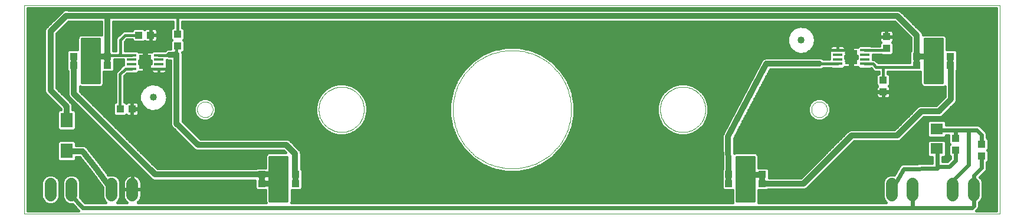
<source format=gtl>
G75*
G70*
%OFA0B0*%
%FSLAX24Y24*%
%IPPOS*%
%LPD*%
%AMOC8*
5,1,8,0,0,1.08239X$1,22.5*
%
%ADD10C,0.0000*%
%ADD11C,0.0660*%
%ADD12R,0.0709X0.0827*%
%ADD13R,0.0394X0.0433*%
%ADD14R,0.0433X0.0394*%
%ADD15R,0.0669X0.0787*%
%ADD16R,0.0531X0.0177*%
%ADD17R,0.0866X0.0709*%
%ADD18C,0.0120*%
%ADD19R,0.0710X0.0630*%
%ADD20C,0.0400*%
%ADD21C,0.0160*%
%ADD22C,0.0317*%
%ADD23C,0.0320*%
%ADD24C,0.0356*%
%ADD25C,0.0240*%
D10*
X000377Y000280D02*
X055495Y000280D01*
X055495Y012091D01*
X000377Y012091D01*
X000377Y000280D01*
X010135Y006186D02*
X010137Y006227D01*
X010143Y006269D01*
X010152Y006309D01*
X010166Y006348D01*
X010183Y006386D01*
X010203Y006422D01*
X010227Y006456D01*
X010254Y006488D01*
X010284Y006517D01*
X010316Y006543D01*
X010351Y006566D01*
X010387Y006586D01*
X010425Y006602D01*
X010465Y006614D01*
X010506Y006623D01*
X010547Y006628D01*
X010588Y006629D01*
X010630Y006626D01*
X010671Y006619D01*
X010711Y006609D01*
X010750Y006594D01*
X010787Y006576D01*
X010823Y006555D01*
X010857Y006530D01*
X010888Y006503D01*
X010916Y006473D01*
X010941Y006440D01*
X010963Y006404D01*
X010982Y006367D01*
X010997Y006329D01*
X011009Y006289D01*
X011017Y006248D01*
X011021Y006207D01*
X011021Y006165D01*
X011017Y006124D01*
X011009Y006083D01*
X010997Y006043D01*
X010982Y006005D01*
X010963Y005968D01*
X010941Y005932D01*
X010916Y005899D01*
X010888Y005869D01*
X010857Y005842D01*
X010823Y005817D01*
X010787Y005796D01*
X010750Y005778D01*
X010711Y005763D01*
X010671Y005753D01*
X010630Y005746D01*
X010588Y005743D01*
X010547Y005744D01*
X010506Y005749D01*
X010465Y005758D01*
X010425Y005770D01*
X010387Y005786D01*
X010351Y005806D01*
X010316Y005829D01*
X010284Y005855D01*
X010254Y005884D01*
X010227Y005916D01*
X010203Y005950D01*
X010183Y005986D01*
X010166Y006024D01*
X010152Y006063D01*
X010143Y006103D01*
X010137Y006145D01*
X010135Y006186D01*
X017010Y006186D02*
X017012Y006257D01*
X017018Y006328D01*
X017028Y006399D01*
X017042Y006468D01*
X017059Y006537D01*
X017081Y006605D01*
X017106Y006672D01*
X017135Y006737D01*
X017167Y006800D01*
X017203Y006862D01*
X017242Y006921D01*
X017285Y006978D01*
X017330Y007033D01*
X017379Y007085D01*
X017430Y007134D01*
X017484Y007180D01*
X017541Y007224D01*
X017599Y007264D01*
X017660Y007300D01*
X017723Y007334D01*
X017788Y007363D01*
X017854Y007389D01*
X017922Y007412D01*
X017990Y007430D01*
X018060Y007445D01*
X018130Y007456D01*
X018201Y007463D01*
X018272Y007466D01*
X018343Y007465D01*
X018414Y007460D01*
X018485Y007451D01*
X018555Y007438D01*
X018624Y007422D01*
X018692Y007401D01*
X018759Y007377D01*
X018825Y007349D01*
X018888Y007317D01*
X018950Y007282D01*
X019010Y007244D01*
X019068Y007202D01*
X019123Y007158D01*
X019176Y007110D01*
X019226Y007059D01*
X019273Y007006D01*
X019317Y006950D01*
X019358Y006892D01*
X019396Y006831D01*
X019430Y006769D01*
X019460Y006704D01*
X019487Y006639D01*
X019511Y006571D01*
X019530Y006503D01*
X019546Y006434D01*
X019558Y006363D01*
X019566Y006293D01*
X019570Y006222D01*
X019570Y006150D01*
X019566Y006079D01*
X019558Y006009D01*
X019546Y005938D01*
X019530Y005869D01*
X019511Y005801D01*
X019487Y005733D01*
X019460Y005668D01*
X019430Y005603D01*
X019396Y005541D01*
X019358Y005480D01*
X019317Y005422D01*
X019273Y005366D01*
X019226Y005313D01*
X019176Y005262D01*
X019123Y005214D01*
X019068Y005170D01*
X019010Y005128D01*
X018950Y005090D01*
X018888Y005055D01*
X018825Y005023D01*
X018759Y004995D01*
X018692Y004971D01*
X018624Y004950D01*
X018555Y004934D01*
X018485Y004921D01*
X018414Y004912D01*
X018343Y004907D01*
X018272Y004906D01*
X018201Y004909D01*
X018130Y004916D01*
X018060Y004927D01*
X017990Y004942D01*
X017922Y004960D01*
X017854Y004983D01*
X017788Y005009D01*
X017723Y005038D01*
X017660Y005072D01*
X017599Y005108D01*
X017541Y005148D01*
X017484Y005192D01*
X017430Y005238D01*
X017379Y005287D01*
X017330Y005339D01*
X017285Y005394D01*
X017242Y005451D01*
X017203Y005510D01*
X017167Y005572D01*
X017135Y005635D01*
X017106Y005700D01*
X017081Y005767D01*
X017059Y005835D01*
X017042Y005904D01*
X017028Y005973D01*
X017018Y006044D01*
X017012Y006115D01*
X017010Y006186D01*
X024590Y006186D02*
X024594Y006350D01*
X024606Y006514D01*
X024626Y006677D01*
X024654Y006839D01*
X024690Y006999D01*
X024734Y007157D01*
X024786Y007313D01*
X024845Y007466D01*
X024911Y007617D01*
X024985Y007763D01*
X025066Y007906D01*
X025154Y008045D01*
X025248Y008179D01*
X025350Y008309D01*
X025457Y008433D01*
X025570Y008552D01*
X025689Y008665D01*
X025813Y008772D01*
X025943Y008874D01*
X026077Y008968D01*
X026216Y009056D01*
X026359Y009137D01*
X026505Y009211D01*
X026656Y009277D01*
X026809Y009336D01*
X026965Y009388D01*
X027123Y009432D01*
X027283Y009468D01*
X027445Y009496D01*
X027608Y009516D01*
X027772Y009528D01*
X027936Y009532D01*
X028100Y009528D01*
X028264Y009516D01*
X028427Y009496D01*
X028589Y009468D01*
X028749Y009432D01*
X028907Y009388D01*
X029063Y009336D01*
X029216Y009277D01*
X029367Y009211D01*
X029513Y009137D01*
X029656Y009056D01*
X029795Y008968D01*
X029929Y008874D01*
X030059Y008772D01*
X030183Y008665D01*
X030302Y008552D01*
X030415Y008433D01*
X030522Y008309D01*
X030624Y008179D01*
X030718Y008045D01*
X030806Y007906D01*
X030887Y007763D01*
X030961Y007617D01*
X031027Y007466D01*
X031086Y007313D01*
X031138Y007157D01*
X031182Y006999D01*
X031218Y006839D01*
X031246Y006677D01*
X031266Y006514D01*
X031278Y006350D01*
X031282Y006186D01*
X031278Y006022D01*
X031266Y005858D01*
X031246Y005695D01*
X031218Y005533D01*
X031182Y005373D01*
X031138Y005215D01*
X031086Y005059D01*
X031027Y004906D01*
X030961Y004755D01*
X030887Y004609D01*
X030806Y004466D01*
X030718Y004327D01*
X030624Y004193D01*
X030522Y004063D01*
X030415Y003939D01*
X030302Y003820D01*
X030183Y003707D01*
X030059Y003600D01*
X029929Y003498D01*
X029795Y003404D01*
X029656Y003316D01*
X029513Y003235D01*
X029367Y003161D01*
X029216Y003095D01*
X029063Y003036D01*
X028907Y002984D01*
X028749Y002940D01*
X028589Y002904D01*
X028427Y002876D01*
X028264Y002856D01*
X028100Y002844D01*
X027936Y002840D01*
X027772Y002844D01*
X027608Y002856D01*
X027445Y002876D01*
X027283Y002904D01*
X027123Y002940D01*
X026965Y002984D01*
X026809Y003036D01*
X026656Y003095D01*
X026505Y003161D01*
X026359Y003235D01*
X026216Y003316D01*
X026077Y003404D01*
X025943Y003498D01*
X025813Y003600D01*
X025689Y003707D01*
X025570Y003820D01*
X025457Y003939D01*
X025350Y004063D01*
X025248Y004193D01*
X025154Y004327D01*
X025066Y004466D01*
X024985Y004609D01*
X024911Y004755D01*
X024845Y004906D01*
X024786Y005059D01*
X024734Y005215D01*
X024690Y005373D01*
X024654Y005533D01*
X024626Y005695D01*
X024606Y005858D01*
X024594Y006022D01*
X024590Y006186D01*
X036302Y006186D02*
X036304Y006257D01*
X036310Y006328D01*
X036320Y006399D01*
X036334Y006468D01*
X036351Y006537D01*
X036373Y006605D01*
X036398Y006672D01*
X036427Y006737D01*
X036459Y006800D01*
X036495Y006862D01*
X036534Y006921D01*
X036577Y006978D01*
X036622Y007033D01*
X036671Y007085D01*
X036722Y007134D01*
X036776Y007180D01*
X036833Y007224D01*
X036891Y007264D01*
X036952Y007300D01*
X037015Y007334D01*
X037080Y007363D01*
X037146Y007389D01*
X037214Y007412D01*
X037282Y007430D01*
X037352Y007445D01*
X037422Y007456D01*
X037493Y007463D01*
X037564Y007466D01*
X037635Y007465D01*
X037706Y007460D01*
X037777Y007451D01*
X037847Y007438D01*
X037916Y007422D01*
X037984Y007401D01*
X038051Y007377D01*
X038117Y007349D01*
X038180Y007317D01*
X038242Y007282D01*
X038302Y007244D01*
X038360Y007202D01*
X038415Y007158D01*
X038468Y007110D01*
X038518Y007059D01*
X038565Y007006D01*
X038609Y006950D01*
X038650Y006892D01*
X038688Y006831D01*
X038722Y006769D01*
X038752Y006704D01*
X038779Y006639D01*
X038803Y006571D01*
X038822Y006503D01*
X038838Y006434D01*
X038850Y006363D01*
X038858Y006293D01*
X038862Y006222D01*
X038862Y006150D01*
X038858Y006079D01*
X038850Y006009D01*
X038838Y005938D01*
X038822Y005869D01*
X038803Y005801D01*
X038779Y005733D01*
X038752Y005668D01*
X038722Y005603D01*
X038688Y005541D01*
X038650Y005480D01*
X038609Y005422D01*
X038565Y005366D01*
X038518Y005313D01*
X038468Y005262D01*
X038415Y005214D01*
X038360Y005170D01*
X038302Y005128D01*
X038242Y005090D01*
X038180Y005055D01*
X038117Y005023D01*
X038051Y004995D01*
X037984Y004971D01*
X037916Y004950D01*
X037847Y004934D01*
X037777Y004921D01*
X037706Y004912D01*
X037635Y004907D01*
X037564Y004906D01*
X037493Y004909D01*
X037422Y004916D01*
X037352Y004927D01*
X037282Y004942D01*
X037214Y004960D01*
X037146Y004983D01*
X037080Y005009D01*
X037015Y005038D01*
X036952Y005072D01*
X036891Y005108D01*
X036833Y005148D01*
X036776Y005192D01*
X036722Y005238D01*
X036671Y005287D01*
X036622Y005339D01*
X036577Y005394D01*
X036534Y005451D01*
X036495Y005510D01*
X036459Y005572D01*
X036427Y005635D01*
X036398Y005700D01*
X036373Y005767D01*
X036351Y005835D01*
X036334Y005904D01*
X036320Y005973D01*
X036310Y006044D01*
X036304Y006115D01*
X036302Y006186D01*
X044851Y006186D02*
X044853Y006227D01*
X044859Y006269D01*
X044868Y006309D01*
X044882Y006348D01*
X044899Y006386D01*
X044919Y006422D01*
X044943Y006456D01*
X044970Y006488D01*
X045000Y006517D01*
X045032Y006543D01*
X045067Y006566D01*
X045103Y006586D01*
X045141Y006602D01*
X045181Y006614D01*
X045222Y006623D01*
X045263Y006628D01*
X045304Y006629D01*
X045346Y006626D01*
X045387Y006619D01*
X045427Y006609D01*
X045466Y006594D01*
X045503Y006576D01*
X045539Y006555D01*
X045573Y006530D01*
X045604Y006503D01*
X045632Y006473D01*
X045657Y006440D01*
X045679Y006404D01*
X045698Y006367D01*
X045713Y006329D01*
X045725Y006289D01*
X045733Y006248D01*
X045737Y006207D01*
X045737Y006165D01*
X045733Y006124D01*
X045725Y006083D01*
X045713Y006043D01*
X045698Y006005D01*
X045679Y005968D01*
X045657Y005932D01*
X045632Y005899D01*
X045604Y005869D01*
X045573Y005842D01*
X045539Y005817D01*
X045503Y005796D01*
X045466Y005778D01*
X045427Y005763D01*
X045387Y005753D01*
X045346Y005746D01*
X045304Y005743D01*
X045263Y005744D01*
X045222Y005749D01*
X045181Y005758D01*
X045141Y005770D01*
X045103Y005786D01*
X045067Y005806D01*
X045032Y005829D01*
X045000Y005855D01*
X044970Y005884D01*
X044943Y005916D01*
X044919Y005950D01*
X044899Y005986D01*
X044882Y006024D01*
X044868Y006063D01*
X044859Y006103D01*
X044853Y006145D01*
X044851Y006186D01*
D11*
X049393Y001988D02*
X049393Y001328D01*
X050574Y001328D02*
X050574Y001988D01*
X052837Y001988D02*
X052837Y001328D01*
X054019Y001328D02*
X054019Y001988D01*
X006479Y001988D02*
X006479Y001328D01*
X005298Y001328D02*
X005298Y001988D01*
X003034Y001988D02*
X003034Y001328D01*
X001853Y001328D02*
X001853Y001988D01*
D12*
X002763Y003845D03*
X002763Y005577D03*
D13*
X005786Y006218D03*
X006456Y006218D03*
X006843Y010400D03*
X007512Y010400D03*
D14*
X009038Y010457D03*
X009038Y009788D03*
X005062Y009197D03*
X005062Y008686D03*
X003172Y008686D03*
X003172Y009197D03*
X013802Y002504D03*
X013802Y001993D03*
X015692Y001993D03*
X015692Y002504D03*
X040180Y002504D03*
X040180Y001993D03*
X042070Y001993D03*
X042070Y002504D03*
X052997Y003892D03*
X054476Y003560D03*
X054476Y004229D03*
X052997Y004561D03*
X048909Y007184D03*
X048909Y007853D03*
X050810Y008686D03*
X050810Y009197D03*
X049090Y009639D03*
X049090Y010308D03*
X052700Y009197D03*
X052700Y008686D03*
D15*
X047100Y009153D03*
X007200Y008878D03*
D16*
X006422Y008750D03*
X006422Y008495D03*
X007977Y008495D03*
X007977Y008750D03*
X007977Y009006D03*
X007977Y009262D03*
X006422Y009262D03*
X006422Y009006D03*
X046323Y009025D03*
X046323Y008769D03*
X047878Y008769D03*
X047878Y009025D03*
X047878Y009281D03*
X047878Y009537D03*
X046323Y009537D03*
X046323Y009281D03*
D17*
X051755Y008941D03*
X041125Y002249D03*
X014747Y002249D03*
X004117Y008941D03*
D18*
X003617Y008931D02*
X004617Y008931D01*
X004617Y009049D02*
X003617Y009049D01*
X003617Y009168D02*
X004617Y009168D01*
X004617Y009286D02*
X003617Y009286D01*
X003617Y009405D02*
X004617Y009405D01*
X004617Y009523D02*
X003617Y009523D01*
X003617Y009642D02*
X004617Y009642D01*
X004617Y009760D02*
X003617Y009760D01*
X003617Y009879D02*
X004617Y009879D01*
X004617Y009997D02*
X003617Y009997D01*
X003617Y010116D02*
X004617Y010116D01*
X004617Y010191D02*
X004617Y007691D01*
X003617Y007691D01*
X003617Y010191D01*
X004617Y010191D01*
X004617Y008812D02*
X003617Y008812D01*
X003617Y008694D02*
X004617Y008694D01*
X004617Y008575D02*
X003617Y008575D01*
X003617Y008457D02*
X004617Y008457D01*
X004617Y008338D02*
X003617Y008338D01*
X003617Y008220D02*
X004617Y008220D01*
X004617Y008101D02*
X003617Y008101D01*
X003617Y007983D02*
X004617Y007983D01*
X004617Y007864D02*
X003617Y007864D01*
X003617Y007746D02*
X004617Y007746D01*
X014247Y003499D02*
X015247Y003499D01*
X015247Y000999D01*
X014247Y000999D01*
X014247Y003499D01*
X014247Y003480D02*
X015247Y003480D01*
X015247Y003361D02*
X014247Y003361D01*
X014247Y003243D02*
X015247Y003243D01*
X015247Y003124D02*
X014247Y003124D01*
X014247Y003006D02*
X015247Y003006D01*
X015247Y002887D02*
X014247Y002887D01*
X014247Y002769D02*
X015247Y002769D01*
X015247Y002650D02*
X014247Y002650D01*
X014247Y002532D02*
X015247Y002532D01*
X015247Y002413D02*
X014247Y002413D01*
X014247Y002295D02*
X015247Y002295D01*
X015247Y002176D02*
X014247Y002176D01*
X014247Y002058D02*
X015247Y002058D01*
X015247Y001939D02*
X014247Y001939D01*
X014247Y001821D02*
X015247Y001821D01*
X015247Y001702D02*
X014247Y001702D01*
X014247Y001584D02*
X015247Y001584D01*
X015247Y001465D02*
X014247Y001465D01*
X014247Y001347D02*
X015247Y001347D01*
X015247Y001228D02*
X014247Y001228D01*
X014247Y001110D02*
X015247Y001110D01*
X040625Y001110D02*
X041625Y001110D01*
X041625Y000999D02*
X040625Y000999D01*
X040625Y003499D01*
X041625Y003499D01*
X041625Y000999D01*
X041625Y001228D02*
X040625Y001228D01*
X040625Y001347D02*
X041625Y001347D01*
X041625Y001465D02*
X040625Y001465D01*
X040625Y001584D02*
X041625Y001584D01*
X041625Y001702D02*
X040625Y001702D01*
X040625Y001821D02*
X041625Y001821D01*
X041625Y001939D02*
X040625Y001939D01*
X040625Y002058D02*
X041625Y002058D01*
X041625Y002176D02*
X040625Y002176D01*
X040625Y002295D02*
X041625Y002295D01*
X041625Y002413D02*
X040625Y002413D01*
X040625Y002532D02*
X041625Y002532D01*
X041625Y002650D02*
X040625Y002650D01*
X040625Y002769D02*
X041625Y002769D01*
X041625Y002887D02*
X040625Y002887D01*
X040625Y003006D02*
X041625Y003006D01*
X041625Y003124D02*
X040625Y003124D01*
X040625Y003243D02*
X041625Y003243D01*
X041625Y003361D02*
X040625Y003361D01*
X040625Y003480D02*
X041625Y003480D01*
X051255Y007691D02*
X051255Y010191D01*
X052255Y010191D01*
X052255Y007691D01*
X051255Y007691D01*
X051255Y007746D02*
X052255Y007746D01*
X052255Y007864D02*
X051255Y007864D01*
X051255Y007983D02*
X052255Y007983D01*
X052255Y008101D02*
X051255Y008101D01*
X051255Y008220D02*
X052255Y008220D01*
X052255Y008338D02*
X051255Y008338D01*
X051255Y008457D02*
X052255Y008457D01*
X052255Y008575D02*
X051255Y008575D01*
X051255Y008694D02*
X052255Y008694D01*
X052255Y008812D02*
X051255Y008812D01*
X051255Y008931D02*
X052255Y008931D01*
X052255Y009049D02*
X051255Y009049D01*
X051255Y009168D02*
X052255Y009168D01*
X052255Y009286D02*
X051255Y009286D01*
X051255Y009405D02*
X052255Y009405D01*
X052255Y009523D02*
X051255Y009523D01*
X051255Y009642D02*
X052255Y009642D01*
X052255Y009760D02*
X051255Y009760D01*
X051255Y009879D02*
X052255Y009879D01*
X052255Y009997D02*
X051255Y009997D01*
X051255Y010116D02*
X052255Y010116D01*
D19*
X051938Y005088D03*
X051938Y003968D03*
D20*
X044274Y010123D03*
X007660Y006874D03*
D21*
X006882Y006937D02*
X006040Y006937D01*
X006040Y006779D02*
X006882Y006779D01*
X006882Y006709D02*
X007017Y006407D01*
X007263Y006186D01*
X007577Y006083D01*
X007906Y006118D01*
X007906Y006118D01*
X008193Y006283D01*
X008193Y006283D01*
X008193Y006283D01*
X008387Y006551D01*
X008456Y006874D01*
X008387Y007198D01*
X008387Y007198D01*
X008193Y007466D01*
X007906Y007631D01*
X007577Y007666D01*
X007263Y007563D01*
X007263Y007563D01*
X007017Y007342D01*
X006882Y007040D01*
X006882Y006709D01*
X006922Y006620D02*
X006040Y006620D01*
X006040Y006614D02*
X006040Y008072D01*
X006194Y008226D01*
X006762Y008226D01*
X006841Y008305D01*
X006841Y008305D01*
X007120Y008305D01*
X007120Y008798D01*
X007280Y008798D01*
X007280Y008305D01*
X007558Y008305D01*
X007562Y008306D01*
X007567Y008295D01*
X007601Y008262D01*
X007642Y008238D01*
X007688Y008226D01*
X007977Y008226D01*
X007977Y008482D01*
X007977Y008482D01*
X007977Y008226D01*
X008267Y008226D01*
X008312Y008238D01*
X008354Y008262D01*
X008387Y008295D01*
X008411Y008337D01*
X008423Y008382D01*
X008423Y008495D01*
X008423Y008977D01*
X008512Y008940D01*
X008640Y008940D01*
X008640Y005319D01*
X008692Y005194D01*
X009898Y003987D01*
X009994Y003892D01*
X010119Y003840D01*
X015037Y003840D01*
X015138Y003739D01*
X014199Y003739D01*
X014111Y003702D01*
X014043Y003634D01*
X014007Y003546D01*
X014007Y002881D01*
X013511Y002881D01*
X013474Y002844D01*
X007896Y002844D01*
X003520Y007221D01*
X003520Y007472D01*
X003569Y007451D01*
X004665Y007451D01*
X004753Y007488D01*
X004820Y007555D01*
X004857Y007644D01*
X004857Y008309D01*
X005353Y008309D01*
X005458Y008414D01*
X005458Y009002D01*
X005976Y009002D01*
X005976Y008727D01*
X005947Y008715D01*
X005633Y008400D01*
X005560Y008327D01*
X005520Y008232D01*
X005520Y006614D01*
X005515Y006614D01*
X005409Y006509D01*
X005409Y005927D01*
X005515Y005821D01*
X006058Y005821D01*
X006121Y005884D01*
X006148Y005857D01*
X006189Y005834D01*
X006235Y005821D01*
X006437Y005821D01*
X006437Y006199D01*
X006474Y006199D01*
X006474Y005821D01*
X006676Y005821D01*
X006722Y005834D01*
X006763Y005857D01*
X006796Y005891D01*
X006820Y005932D01*
X006832Y005978D01*
X006832Y006199D01*
X006474Y006199D01*
X006474Y006236D01*
X006832Y006236D01*
X006832Y006458D01*
X006820Y006504D01*
X006796Y006545D01*
X006763Y006578D01*
X006722Y006602D01*
X006676Y006614D01*
X006474Y006614D01*
X006474Y006236D01*
X006437Y006236D01*
X006437Y006614D01*
X006235Y006614D01*
X006189Y006602D01*
X006148Y006578D01*
X006121Y006551D01*
X006058Y006614D01*
X006040Y006614D01*
X006437Y006462D02*
X006474Y006462D01*
X006474Y006303D02*
X006437Y006303D01*
X006437Y006145D02*
X006474Y006145D01*
X006832Y006145D02*
X007389Y006145D01*
X007263Y006186D02*
X007263Y006186D01*
X007132Y006303D02*
X006832Y006303D01*
X006832Y006462D02*
X006992Y006462D01*
X007017Y006407D02*
X007017Y006407D01*
X007952Y006145D02*
X008640Y006145D01*
X008640Y006303D02*
X008207Y006303D01*
X008322Y006462D02*
X008640Y006462D01*
X008640Y006620D02*
X008402Y006620D01*
X008387Y006551D02*
X008387Y006551D01*
X009320Y006620D02*
X010131Y006620D01*
X010050Y006538D02*
X010225Y006714D01*
X010454Y006808D01*
X010702Y006808D01*
X010930Y006714D01*
X011106Y006538D01*
X011201Y006309D01*
X011201Y006062D01*
X011106Y005833D01*
X010930Y005657D01*
X010702Y005563D01*
X010454Y005563D01*
X010225Y005657D01*
X010050Y005833D01*
X009955Y006062D01*
X009955Y006309D01*
X010050Y006538D01*
X010018Y006462D02*
X009320Y006462D01*
X009320Y006303D02*
X009955Y006303D01*
X009955Y006145D02*
X009320Y006145D01*
X009320Y005986D02*
X009986Y005986D01*
X010055Y005828D02*
X009320Y005828D01*
X009320Y005669D02*
X010213Y005669D01*
X010942Y005669D02*
X016918Y005669D01*
X016930Y005622D02*
X017122Y005289D01*
X017394Y005018D01*
X017727Y004825D01*
X018098Y004726D01*
X018482Y004726D01*
X018854Y004825D01*
X019186Y005018D01*
X019458Y005289D01*
X019650Y005622D01*
X019750Y005993D01*
X019750Y006378D01*
X019650Y006749D01*
X019458Y007082D01*
X019186Y007353D01*
X018854Y007546D01*
X018482Y007645D01*
X018098Y007645D01*
X017727Y007546D01*
X017394Y007353D01*
X017122Y007082D01*
X016930Y006749D01*
X016831Y006378D01*
X016831Y005993D01*
X016930Y005622D01*
X016995Y005511D02*
X009337Y005511D01*
X009320Y005527D02*
X009320Y009298D01*
X009327Y009336D01*
X009320Y009365D01*
X009320Y009394D01*
X009313Y009411D01*
X009329Y009411D01*
X009435Y009516D01*
X009435Y010059D01*
X009372Y010123D01*
X009435Y010186D01*
X009435Y010729D01*
X009329Y010834D01*
X009299Y010834D01*
X009299Y011136D01*
X009463Y011135D01*
X009531Y011135D01*
X009598Y011135D01*
X049571Y011140D01*
X050470Y010241D01*
X050470Y009525D01*
X050413Y009469D01*
X050413Y008840D01*
X048619Y008840D01*
X048469Y008990D01*
X048374Y009029D01*
X048324Y009029D01*
X048324Y009277D01*
X048784Y009277D01*
X048799Y009262D01*
X049381Y009262D01*
X049487Y009368D01*
X049487Y009910D01*
X049424Y009974D01*
X049451Y010001D01*
X049475Y010042D01*
X049487Y010088D01*
X049487Y010290D01*
X049109Y010290D01*
X049109Y010327D01*
X049487Y010327D01*
X049487Y010529D01*
X049475Y010575D01*
X049451Y010616D01*
X049417Y010649D01*
X049376Y010673D01*
X049330Y010685D01*
X049109Y010685D01*
X049109Y010327D01*
X049072Y010327D01*
X049072Y010685D01*
X048850Y010685D01*
X048804Y010673D01*
X048763Y010649D01*
X048730Y010616D01*
X048706Y010575D01*
X048694Y010529D01*
X048694Y010327D01*
X049072Y010327D01*
X049072Y010290D01*
X048694Y010290D01*
X048694Y010088D01*
X048706Y010042D01*
X048730Y010001D01*
X048757Y009974D01*
X048694Y009910D01*
X048694Y009797D01*
X048227Y009797D01*
X048218Y009806D01*
X047538Y009806D01*
X047459Y009727D01*
X047459Y009727D01*
X047180Y009727D01*
X047180Y009233D01*
X047020Y009233D01*
X046769Y009233D01*
X046769Y009073D01*
X047020Y009073D01*
X047020Y009233D01*
X047020Y009727D01*
X046742Y009727D01*
X046739Y009726D01*
X046733Y009736D01*
X046699Y009770D01*
X046658Y009793D01*
X046612Y009806D01*
X046323Y009806D01*
X046323Y009550D01*
X046323Y009550D01*
X046323Y009806D01*
X046033Y009806D01*
X045988Y009793D01*
X045947Y009770D01*
X045913Y009736D01*
X045889Y009695D01*
X045877Y009649D01*
X045877Y009537D01*
X045877Y009040D01*
X045532Y009040D01*
X045504Y009068D01*
X045379Y009120D01*
X042327Y009120D01*
X042275Y009125D01*
X042260Y009120D01*
X042244Y009120D01*
X042196Y009100D01*
X042146Y009084D01*
X042134Y009074D01*
X042119Y009068D01*
X042082Y009031D01*
X042042Y008998D01*
X042034Y008984D01*
X042023Y008973D01*
X042003Y008924D01*
X039864Y004843D01*
X039851Y004830D01*
X039833Y004784D01*
X039810Y004740D01*
X039808Y004721D01*
X039801Y004704D01*
X039802Y004655D01*
X039797Y004605D01*
X039803Y004587D01*
X039834Y002827D01*
X039783Y002776D01*
X039783Y001721D01*
X039889Y001616D01*
X040385Y001616D01*
X040385Y000951D01*
X040396Y000924D01*
X015476Y000924D01*
X015487Y000951D01*
X015487Y001616D01*
X015983Y001616D01*
X016088Y001721D01*
X016088Y002776D01*
X016022Y002842D01*
X016022Y003743D01*
X015970Y003868D01*
X015875Y003964D01*
X015370Y004468D01*
X015245Y004520D01*
X010327Y004520D01*
X009320Y005527D01*
X008640Y005511D02*
X005230Y005511D01*
X005389Y005352D02*
X008640Y005352D01*
X008692Y005194D02*
X005547Y005194D01*
X005706Y005035D02*
X008850Y005035D01*
X009009Y004877D02*
X005864Y004877D01*
X006023Y004718D02*
X009167Y004718D01*
X009326Y004560D02*
X006181Y004560D01*
X006340Y004401D02*
X009484Y004401D01*
X009643Y004243D02*
X006498Y004243D01*
X006657Y004084D02*
X009801Y004084D01*
X009960Y003926D02*
X006815Y003926D01*
X006974Y003767D02*
X015110Y003767D01*
X015913Y003926D02*
X025209Y003926D01*
X025197Y003938D02*
X025688Y003446D01*
X026266Y003060D01*
X026907Y002795D01*
X027589Y002659D01*
X028283Y002659D01*
X028965Y002795D01*
X029606Y003060D01*
X030184Y003446D01*
X030675Y003938D01*
X031061Y004515D01*
X031327Y005157D01*
X031462Y005838D01*
X031462Y006533D01*
X031327Y007214D01*
X031061Y007856D01*
X030675Y008433D01*
X030184Y008925D01*
X029606Y009311D01*
X028965Y009576D01*
X028283Y009712D01*
X027589Y009712D01*
X026907Y009576D01*
X026266Y009311D01*
X025688Y008925D01*
X025197Y008433D01*
X024811Y007856D01*
X024545Y007214D01*
X024409Y006533D01*
X024409Y005838D01*
X024545Y005157D01*
X024811Y004515D01*
X025197Y003938D01*
X025099Y004084D02*
X015754Y004084D01*
X015596Y004243D02*
X024993Y004243D01*
X024887Y004401D02*
X015437Y004401D01*
X017638Y004877D02*
X009971Y004877D01*
X010129Y004718D02*
X024727Y004718D01*
X024792Y004560D02*
X010288Y004560D01*
X009812Y005035D02*
X017377Y005035D01*
X017218Y005194D02*
X009654Y005194D01*
X009495Y005352D02*
X017086Y005352D01*
X016875Y005828D02*
X011101Y005828D01*
X011169Y005986D02*
X016833Y005986D01*
X016831Y006145D02*
X011201Y006145D01*
X011201Y006303D02*
X016831Y006303D01*
X016853Y006462D02*
X011138Y006462D01*
X011024Y006620D02*
X016896Y006620D01*
X016947Y006779D02*
X010774Y006779D01*
X010382Y006779D02*
X009320Y006779D01*
X009320Y006937D02*
X017039Y006937D01*
X017136Y007096D02*
X009320Y007096D01*
X008640Y007096D02*
X008409Y007096D01*
X008443Y006937D02*
X008640Y006937D01*
X008640Y006779D02*
X008435Y006779D01*
X006907Y007096D02*
X006040Y007096D01*
X005520Y007096D02*
X003645Y007096D01*
X003804Y006937D02*
X005520Y006937D01*
X005520Y006779D02*
X003962Y006779D01*
X004121Y006620D02*
X005520Y006620D01*
X005409Y006462D02*
X004279Y006462D01*
X004438Y006303D02*
X005409Y006303D01*
X005409Y006145D02*
X004596Y006145D01*
X004755Y005986D02*
X005409Y005986D01*
X005509Y005828D02*
X004913Y005828D01*
X005072Y005669D02*
X008640Y005669D01*
X008640Y005828D02*
X006699Y005828D01*
X006832Y005986D02*
X008640Y005986D01*
X007577Y006083D02*
X007577Y006083D01*
X006474Y005986D02*
X006437Y005986D01*
X006437Y005828D02*
X006474Y005828D01*
X006212Y005828D02*
X006064Y005828D01*
X005786Y006218D02*
X005780Y006251D01*
X005780Y008180D01*
X006095Y008495D01*
X006422Y008495D01*
X005913Y008681D02*
X005458Y008681D01*
X005458Y008522D02*
X005754Y008522D01*
X005596Y008364D02*
X005408Y008364D01*
X005520Y008205D02*
X004857Y008205D01*
X004857Y008047D02*
X005520Y008047D01*
X005520Y007888D02*
X004857Y007888D01*
X004857Y007730D02*
X005520Y007730D01*
X005520Y007571D02*
X004827Y007571D01*
X005520Y007413D02*
X003520Y007413D01*
X003520Y007254D02*
X005520Y007254D01*
X006040Y007254D02*
X006977Y007254D01*
X007017Y007342D02*
X007017Y007342D01*
X007095Y007413D02*
X006040Y007413D01*
X006040Y007571D02*
X007286Y007571D01*
X007577Y007666D02*
X007577Y007666D01*
X007906Y007631D02*
X007906Y007631D01*
X008010Y007571D02*
X008640Y007571D01*
X008640Y007413D02*
X008231Y007413D01*
X008193Y007466D02*
X008193Y007466D01*
X008193Y007466D01*
X008346Y007254D02*
X008640Y007254D01*
X009320Y007254D02*
X017295Y007254D01*
X017496Y007413D02*
X009320Y007413D01*
X009320Y007571D02*
X017822Y007571D01*
X018759Y007571D02*
X024693Y007571D01*
X024758Y007730D02*
X009320Y007730D01*
X008640Y007730D02*
X006040Y007730D01*
X006040Y007888D02*
X008640Y007888D01*
X008640Y008047D02*
X006040Y008047D01*
X006173Y008205D02*
X008640Y008205D01*
X009320Y008205D02*
X025044Y008205D01*
X024938Y008047D02*
X009320Y008047D01*
X009320Y007888D02*
X024832Y007888D01*
X024627Y007413D02*
X019084Y007413D01*
X019286Y007254D02*
X024561Y007254D01*
X024521Y007096D02*
X019444Y007096D01*
X019542Y006937D02*
X024490Y006937D01*
X024458Y006779D02*
X019633Y006779D01*
X019685Y006620D02*
X024427Y006620D01*
X024409Y006462D02*
X019727Y006462D01*
X019750Y006303D02*
X024409Y006303D01*
X024409Y006145D02*
X019750Y006145D01*
X019748Y005986D02*
X024409Y005986D01*
X024412Y005828D02*
X019705Y005828D01*
X019663Y005669D02*
X024443Y005669D01*
X024475Y005511D02*
X019586Y005511D01*
X019494Y005352D02*
X024506Y005352D01*
X024538Y005194D02*
X019362Y005194D01*
X019204Y005035D02*
X024595Y005035D01*
X024661Y004877D02*
X018942Y004877D01*
X016012Y003767D02*
X025367Y003767D01*
X025526Y003609D02*
X016022Y003609D01*
X016022Y003450D02*
X025684Y003450D01*
X025920Y003292D02*
X016022Y003292D01*
X016022Y003133D02*
X026157Y003133D01*
X026473Y002975D02*
X016022Y002975D01*
X016048Y002816D02*
X026856Y002816D01*
X029016Y002816D02*
X039824Y002816D01*
X039783Y002658D02*
X016088Y002658D01*
X016088Y002499D02*
X039783Y002499D01*
X039783Y002341D02*
X016088Y002341D01*
X016088Y002182D02*
X039783Y002182D01*
X039783Y002024D02*
X016088Y002024D01*
X016088Y001865D02*
X039783Y001865D01*
X039798Y001707D02*
X016074Y001707D01*
X015487Y001548D02*
X040385Y001548D01*
X040385Y001390D02*
X015487Y001390D01*
X015487Y001231D02*
X040385Y001231D01*
X040385Y001073D02*
X015487Y001073D01*
X014018Y000924D02*
X006792Y000924D01*
X006811Y000939D01*
X006868Y000996D01*
X006915Y001061D01*
X006952Y001132D01*
X006977Y001209D01*
X006989Y001288D01*
X006989Y001640D01*
X006498Y001640D01*
X006498Y001676D01*
X006989Y001676D01*
X006989Y002028D01*
X006977Y002107D01*
X006952Y002184D01*
X006915Y002255D01*
X006868Y002320D01*
X006811Y002377D01*
X006747Y002424D01*
X006675Y002461D01*
X006599Y002485D01*
X006519Y002498D01*
X006498Y002498D01*
X006498Y001676D01*
X006461Y001676D01*
X006461Y001640D01*
X005969Y001640D01*
X005969Y001288D01*
X005982Y001209D01*
X006007Y001132D01*
X006043Y001061D01*
X006090Y000996D01*
X006147Y000939D01*
X006167Y000924D01*
X005616Y000924D01*
X005730Y001039D01*
X005808Y001227D01*
X005808Y002089D01*
X005730Y002277D01*
X005587Y002420D01*
X005400Y002498D01*
X005197Y002498D01*
X005131Y002471D01*
X004715Y003046D01*
X004713Y003053D01*
X004676Y003101D01*
X004641Y003150D01*
X004634Y003154D01*
X003970Y003997D01*
X003961Y004017D01*
X003928Y004050D01*
X003899Y004087D01*
X003881Y004097D01*
X003865Y004112D01*
X003822Y004130D01*
X003781Y004153D01*
X003760Y004155D01*
X003740Y004164D01*
X003693Y004163D01*
X003647Y004169D01*
X003626Y004163D01*
X003297Y004162D01*
X003297Y004333D01*
X003192Y004438D01*
X002334Y004438D01*
X002229Y004333D01*
X002229Y003357D01*
X002334Y003251D01*
X003192Y003251D01*
X003297Y003357D01*
X003297Y003482D01*
X003510Y003483D01*
X004133Y002691D01*
X004788Y001784D01*
X004788Y001227D01*
X004866Y001039D01*
X004980Y000924D01*
X003805Y000924D01*
X003538Y001212D01*
X003544Y001227D01*
X003544Y002089D01*
X003467Y002277D01*
X003323Y002420D01*
X003136Y002498D01*
X002933Y002498D01*
X002745Y002420D01*
X002602Y002277D01*
X002524Y002089D01*
X002524Y001227D01*
X002602Y001039D01*
X002745Y000896D01*
X002933Y000818D01*
X003085Y000818D01*
X003417Y000460D01*
X000557Y000460D01*
X000557Y011911D01*
X055315Y011911D01*
X055315Y000460D01*
X054180Y000460D01*
X054196Y000476D01*
X054281Y000561D01*
X054326Y000671D01*
X054326Y000915D01*
X054451Y001039D01*
X054529Y001227D01*
X054529Y002089D01*
X054451Y002277D01*
X054363Y002365D01*
X054631Y002634D01*
X054716Y002718D01*
X054761Y002829D01*
X054761Y003183D01*
X054767Y003183D01*
X054872Y003289D01*
X054872Y003831D01*
X054809Y003895D01*
X054872Y003958D01*
X054872Y004501D01*
X054767Y004606D01*
X054761Y004606D01*
X054761Y004818D01*
X054716Y004928D01*
X054631Y005013D01*
X054385Y005259D01*
X054275Y005304D01*
X052473Y005304D01*
X052473Y005477D01*
X052368Y005583D01*
X051509Y005583D01*
X051403Y005477D01*
X051403Y004698D01*
X051509Y004593D01*
X052368Y004593D01*
X052473Y004698D01*
X052473Y004704D01*
X052601Y004704D01*
X052601Y004290D01*
X052664Y004226D01*
X052601Y004163D01*
X052601Y003620D01*
X052697Y003524D01*
X052697Y003418D01*
X052516Y003237D01*
X052252Y003237D01*
X052252Y003473D01*
X052368Y003473D01*
X052473Y003579D01*
X052473Y004358D01*
X052368Y004463D01*
X051509Y004463D01*
X051403Y004358D01*
X051403Y003579D01*
X051509Y003473D01*
X051652Y003473D01*
X051652Y003138D01*
X050093Y003131D01*
X050054Y003136D01*
X050034Y003131D01*
X050013Y003131D01*
X049977Y003116D01*
X049939Y003106D01*
X049922Y003093D01*
X049903Y003085D01*
X049875Y003057D01*
X049844Y003033D01*
X049834Y003015D01*
X049819Y003000D01*
X049804Y002964D01*
X049526Y002485D01*
X049494Y002498D01*
X049291Y002498D01*
X049104Y002420D01*
X048960Y002277D01*
X048883Y002089D01*
X048883Y001227D01*
X048960Y001039D01*
X049075Y000924D01*
X041854Y000924D01*
X041865Y000951D01*
X041865Y001616D01*
X042361Y001616D01*
X042398Y001653D01*
X044480Y001653D01*
X044605Y001704D01*
X047270Y004369D01*
X049756Y004369D01*
X049880Y004421D01*
X051207Y005747D01*
X052118Y005747D01*
X052243Y005799D01*
X052932Y006488D01*
X053027Y006583D01*
X053079Y006708D01*
X053079Y008397D01*
X053096Y008414D01*
X053096Y009469D01*
X052991Y009574D01*
X052495Y009574D01*
X052495Y010239D01*
X052458Y010327D01*
X052391Y010395D01*
X052303Y010431D01*
X051207Y010431D01*
X051150Y010408D01*
X051150Y010449D01*
X051098Y010574D01*
X050000Y011673D01*
X049947Y011726D01*
X049904Y011768D01*
X049904Y011768D01*
X049904Y011768D01*
X049837Y011796D01*
X049779Y011820D01*
X049707Y011820D01*
X049644Y011820D01*
X049644Y011820D01*
X009531Y011815D01*
X009107Y011816D01*
X006650Y011821D01*
X006649Y011822D01*
X006582Y011822D01*
X006515Y011822D01*
X006514Y011822D01*
X002852Y011822D01*
X002807Y011840D01*
X002671Y011840D01*
X002546Y011789D01*
X002451Y011693D01*
X001565Y010807D01*
X001513Y010682D01*
X001513Y007201D01*
X001565Y007076D01*
X001661Y006980D01*
X002423Y006218D01*
X002423Y006170D01*
X002334Y006170D01*
X002229Y006065D01*
X002229Y005089D01*
X002334Y004983D01*
X003192Y004983D01*
X003297Y005089D01*
X003297Y006065D01*
X003192Y006170D01*
X003103Y006170D01*
X003103Y006426D01*
X003051Y006551D01*
X002193Y007409D01*
X002193Y010474D01*
X002861Y011142D01*
X004722Y011142D01*
X004722Y010408D01*
X004665Y010431D01*
X003569Y010431D01*
X003481Y010395D01*
X003414Y010327D01*
X003377Y010239D01*
X003377Y009574D01*
X002881Y009574D01*
X002776Y009469D01*
X002776Y008414D01*
X002840Y008350D01*
X002840Y007012D01*
X002892Y006887D01*
X007467Y002312D01*
X007563Y002216D01*
X007688Y002164D01*
X013406Y002164D01*
X013406Y001721D01*
X013511Y001616D01*
X014007Y001616D01*
X014007Y000951D01*
X014018Y000924D01*
X014007Y001073D02*
X006921Y001073D01*
X006980Y001231D02*
X014007Y001231D01*
X014007Y001390D02*
X006989Y001390D01*
X006989Y001548D02*
X014007Y001548D01*
X013420Y001707D02*
X006989Y001707D01*
X006498Y001707D02*
X006461Y001707D01*
X006461Y001676D02*
X006461Y002498D01*
X006439Y002498D01*
X006360Y002485D01*
X006283Y002461D01*
X006212Y002424D01*
X006147Y002377D01*
X006090Y002320D01*
X006043Y002255D01*
X006007Y002184D01*
X005982Y002107D01*
X005969Y002028D01*
X005969Y001676D01*
X006461Y001676D01*
X005969Y001707D02*
X005808Y001707D01*
X005808Y001548D02*
X005969Y001548D01*
X005969Y001390D02*
X005808Y001390D01*
X005808Y001231D02*
X005978Y001231D01*
X006037Y001073D02*
X005744Y001073D01*
X004852Y001073D02*
X003667Y001073D01*
X003544Y001231D02*
X004788Y001231D01*
X004788Y001390D02*
X003544Y001390D01*
X003544Y001548D02*
X004788Y001548D01*
X004788Y001707D02*
X003544Y001707D01*
X003544Y001865D02*
X004729Y001865D01*
X004615Y002024D02*
X003544Y002024D01*
X003506Y002182D02*
X004501Y002182D01*
X004386Y002341D02*
X003403Y002341D01*
X004272Y002499D02*
X000557Y002499D01*
X000557Y002341D02*
X001485Y002341D01*
X001421Y002277D02*
X001564Y002420D01*
X001752Y002498D01*
X001955Y002498D01*
X002142Y002420D01*
X002286Y002277D01*
X002363Y002089D01*
X002363Y001227D01*
X002286Y001039D01*
X002142Y000896D01*
X001955Y000818D01*
X001752Y000818D01*
X001564Y000896D01*
X001421Y001039D01*
X001343Y001227D01*
X001343Y002089D01*
X001421Y002277D01*
X001382Y002182D02*
X000557Y002182D01*
X000557Y002024D02*
X001343Y002024D01*
X001343Y001865D02*
X000557Y001865D01*
X000557Y001707D02*
X001343Y001707D01*
X001343Y001548D02*
X000557Y001548D01*
X000557Y001390D02*
X001343Y001390D01*
X001343Y001231D02*
X000557Y001231D01*
X000557Y001073D02*
X001407Y001073D01*
X001546Y000914D02*
X000557Y000914D01*
X000557Y000756D02*
X003143Y000756D01*
X002727Y000914D02*
X002161Y000914D01*
X002299Y001073D02*
X002588Y001073D01*
X002524Y001231D02*
X002363Y001231D01*
X002363Y001390D02*
X002524Y001390D01*
X002524Y001548D02*
X002363Y001548D01*
X002363Y001707D02*
X002524Y001707D01*
X002524Y001865D02*
X002363Y001865D01*
X002363Y002024D02*
X002524Y002024D01*
X002563Y002182D02*
X002325Y002182D01*
X002222Y002341D02*
X002666Y002341D01*
X004035Y002816D02*
X000557Y002816D01*
X000557Y002658D02*
X004157Y002658D01*
X004882Y002816D02*
X006963Y002816D01*
X007122Y002658D02*
X004996Y002658D01*
X005110Y002499D02*
X007280Y002499D01*
X007439Y002341D02*
X006848Y002341D01*
X006498Y002341D02*
X006461Y002341D01*
X006111Y002341D02*
X005667Y002341D01*
X005770Y002182D02*
X006006Y002182D01*
X005969Y002024D02*
X005808Y002024D01*
X005808Y001865D02*
X005969Y001865D01*
X006461Y001865D02*
X006498Y001865D01*
X006498Y002024D02*
X006461Y002024D01*
X006461Y002182D02*
X006498Y002182D01*
X006952Y002182D02*
X007645Y002182D01*
X006989Y002024D02*
X013406Y002024D01*
X013406Y001865D02*
X006989Y001865D01*
X006805Y002975D02*
X004767Y002975D01*
X004653Y003133D02*
X006646Y003133D01*
X006488Y003292D02*
X004526Y003292D01*
X004401Y003450D02*
X006329Y003450D01*
X006171Y003609D02*
X004276Y003609D01*
X004151Y003767D02*
X006012Y003767D01*
X005854Y003926D02*
X004026Y003926D01*
X003902Y004084D02*
X005695Y004084D01*
X005537Y004243D02*
X003297Y004243D01*
X003229Y004401D02*
X005378Y004401D01*
X005220Y004560D02*
X000557Y004560D01*
X000557Y004718D02*
X005061Y004718D01*
X004903Y004877D02*
X000557Y004877D01*
X000557Y005035D02*
X002283Y005035D01*
X002229Y005194D02*
X000557Y005194D01*
X000557Y005352D02*
X002229Y005352D01*
X002229Y005511D02*
X000557Y005511D01*
X000557Y005669D02*
X002229Y005669D01*
X002229Y005828D02*
X000557Y005828D01*
X000557Y005986D02*
X002229Y005986D01*
X002308Y006145D02*
X000557Y006145D01*
X000557Y006303D02*
X002338Y006303D01*
X002179Y006462D02*
X000557Y006462D01*
X000557Y006620D02*
X002021Y006620D01*
X001862Y006779D02*
X000557Y006779D01*
X000557Y006937D02*
X001704Y006937D01*
X001557Y007096D02*
X000557Y007096D01*
X000557Y007254D02*
X001513Y007254D01*
X001513Y007413D02*
X000557Y007413D01*
X000557Y007571D02*
X001513Y007571D01*
X001513Y007730D02*
X000557Y007730D01*
X000557Y007888D02*
X001513Y007888D01*
X001513Y008047D02*
X000557Y008047D01*
X000557Y008205D02*
X001513Y008205D01*
X002193Y008205D02*
X002840Y008205D01*
X002840Y008047D02*
X002193Y008047D01*
X002193Y007888D02*
X002840Y007888D01*
X002840Y007730D02*
X002193Y007730D01*
X002193Y007571D02*
X002840Y007571D01*
X002840Y007413D02*
X002193Y007413D01*
X002348Y007254D02*
X002840Y007254D01*
X002840Y007096D02*
X002507Y007096D01*
X002665Y006937D02*
X002871Y006937D01*
X002824Y006779D02*
X003001Y006779D01*
X002982Y006620D02*
X003159Y006620D01*
X003088Y006462D02*
X003318Y006462D01*
X003476Y006303D02*
X003103Y006303D01*
X003218Y006145D02*
X003635Y006145D01*
X003793Y005986D02*
X003297Y005986D01*
X003297Y005828D02*
X003952Y005828D01*
X004110Y005669D02*
X003297Y005669D01*
X003297Y005511D02*
X004269Y005511D01*
X004427Y005352D02*
X003297Y005352D01*
X003297Y005194D02*
X004586Y005194D01*
X004744Y005035D02*
X003244Y005035D01*
X002297Y004401D02*
X000557Y004401D01*
X000557Y004243D02*
X002229Y004243D01*
X002229Y004084D02*
X000557Y004084D01*
X000557Y003926D02*
X002229Y003926D01*
X002229Y003767D02*
X000557Y003767D01*
X000557Y003609D02*
X002229Y003609D01*
X002229Y003450D02*
X000557Y003450D01*
X000557Y003292D02*
X002294Y003292D01*
X003232Y003292D02*
X003660Y003292D01*
X003785Y003133D02*
X000557Y003133D01*
X000557Y002975D02*
X003910Y002975D01*
X003535Y003450D02*
X003297Y003450D01*
X007132Y003609D02*
X014033Y003609D01*
X014007Y003450D02*
X007291Y003450D01*
X007449Y003292D02*
X014007Y003292D01*
X014007Y003133D02*
X007608Y003133D01*
X007766Y002975D02*
X014007Y002975D01*
X014452Y002741D02*
X014452Y002544D01*
X014599Y002396D01*
X003290Y000597D02*
X000557Y000597D01*
X029399Y002975D02*
X039832Y002975D01*
X039829Y003133D02*
X029715Y003133D01*
X029952Y003292D02*
X039826Y003292D01*
X039823Y003450D02*
X030188Y003450D01*
X030346Y003609D02*
X039820Y003609D01*
X039818Y003767D02*
X030505Y003767D01*
X030663Y003926D02*
X039815Y003926D01*
X040495Y003926D02*
X045864Y003926D01*
X045706Y003767D02*
X040498Y003767D01*
X040499Y003706D02*
X040484Y004561D01*
X042517Y008440D01*
X045379Y008440D01*
X045504Y008492D01*
X045532Y008520D01*
X045963Y008520D01*
X045983Y008501D01*
X046663Y008501D01*
X046742Y008580D01*
X046742Y008580D01*
X047020Y008580D01*
X047020Y009073D01*
X047180Y009073D01*
X047180Y008580D01*
X047459Y008580D01*
X047538Y008501D01*
X048218Y008501D01*
X048221Y008503D01*
X048291Y008433D01*
X048291Y008433D01*
X048364Y008360D01*
X048460Y008320D01*
X048649Y008320D01*
X048649Y008230D01*
X048618Y008230D01*
X048513Y008124D01*
X048513Y007581D01*
X048576Y007518D01*
X048549Y007491D01*
X048525Y007450D01*
X048513Y007404D01*
X048513Y007202D01*
X048891Y007202D01*
X048891Y007165D01*
X048928Y007165D01*
X048928Y007202D01*
X049306Y007202D01*
X049306Y007404D01*
X049293Y007450D01*
X049270Y007491D01*
X049242Y007518D01*
X049306Y007581D01*
X049306Y008124D01*
X049200Y008230D01*
X049169Y008230D01*
X049169Y008320D01*
X050507Y008320D01*
X050519Y008309D01*
X050697Y008309D01*
X050703Y008306D01*
X050838Y008306D01*
X050844Y008309D01*
X051015Y008309D01*
X051015Y007644D01*
X051051Y007555D01*
X051119Y007488D01*
X051207Y007451D01*
X052303Y007451D01*
X052391Y007488D01*
X052399Y007496D01*
X052399Y006917D01*
X051909Y006427D01*
X050998Y006427D01*
X050873Y006375D01*
X050778Y006280D01*
X049547Y005049D01*
X047061Y005049D01*
X046936Y004997D01*
X046841Y004902D01*
X044271Y002333D01*
X042466Y002333D01*
X042466Y002776D01*
X042361Y002881D01*
X041865Y002881D01*
X041865Y003546D01*
X041828Y003634D01*
X041761Y003702D01*
X041673Y003739D01*
X040577Y003739D01*
X040499Y003706D01*
X041839Y003609D02*
X045547Y003609D01*
X045389Y003450D02*
X041865Y003450D01*
X041865Y003292D02*
X045230Y003292D01*
X045072Y003133D02*
X041865Y003133D01*
X041865Y002975D02*
X044913Y002975D01*
X044755Y002816D02*
X042426Y002816D01*
X042466Y002658D02*
X044596Y002658D01*
X044438Y002499D02*
X042466Y002499D01*
X042466Y002341D02*
X044279Y002341D01*
X045241Y002341D02*
X049024Y002341D01*
X049534Y002499D02*
X045400Y002499D01*
X045558Y002658D02*
X049626Y002658D01*
X049718Y002816D02*
X045717Y002816D01*
X045875Y002975D02*
X049808Y002975D01*
X050041Y003133D02*
X046034Y003133D01*
X046192Y003292D02*
X051652Y003292D01*
X052252Y003292D02*
X052570Y003292D01*
X052697Y003450D02*
X052252Y003450D01*
X052473Y003609D02*
X052613Y003609D01*
X052601Y003767D02*
X052473Y003767D01*
X052473Y003926D02*
X052601Y003926D01*
X052601Y004084D02*
X052473Y004084D01*
X052473Y004243D02*
X052648Y004243D01*
X052601Y004401D02*
X052430Y004401D01*
X051447Y004401D02*
X049832Y004401D01*
X050019Y004560D02*
X052601Y004560D01*
X051403Y004718D02*
X050178Y004718D01*
X050336Y004877D02*
X051403Y004877D01*
X051403Y005035D02*
X050495Y005035D01*
X050653Y005194D02*
X051403Y005194D01*
X051403Y005352D02*
X050812Y005352D01*
X050970Y005511D02*
X051436Y005511D01*
X052440Y005511D02*
X055315Y005511D01*
X055315Y005352D02*
X052473Y005352D01*
X051129Y005669D02*
X055315Y005669D01*
X055315Y005828D02*
X052271Y005828D01*
X052430Y005986D02*
X055315Y005986D01*
X055315Y006145D02*
X052588Y006145D01*
X052747Y006303D02*
X055315Y006303D01*
X055315Y006462D02*
X052905Y006462D01*
X053042Y006620D02*
X055315Y006620D01*
X055315Y006779D02*
X053079Y006779D01*
X053079Y006937D02*
X055315Y006937D01*
X055315Y007096D02*
X053079Y007096D01*
X053079Y007254D02*
X055315Y007254D01*
X055315Y007413D02*
X053079Y007413D01*
X053079Y007571D02*
X055315Y007571D01*
X055315Y007730D02*
X053079Y007730D01*
X053079Y007888D02*
X055315Y007888D01*
X055315Y008047D02*
X053079Y008047D01*
X053079Y008205D02*
X055315Y008205D01*
X055315Y008364D02*
X053079Y008364D01*
X053096Y008522D02*
X055315Y008522D01*
X055315Y008681D02*
X053096Y008681D01*
X053096Y008839D02*
X055315Y008839D01*
X055315Y008998D02*
X053096Y008998D01*
X053096Y009156D02*
X055315Y009156D01*
X055315Y009315D02*
X053096Y009315D01*
X053092Y009473D02*
X055315Y009473D01*
X055315Y009632D02*
X052495Y009632D01*
X052495Y009790D02*
X055315Y009790D01*
X055315Y009949D02*
X052495Y009949D01*
X052495Y010107D02*
X055315Y010107D01*
X055315Y010266D02*
X052484Y010266D01*
X052320Y010424D02*
X055315Y010424D01*
X055315Y010583D02*
X051090Y010583D01*
X050931Y010741D02*
X055315Y010741D01*
X055315Y010900D02*
X050773Y010900D01*
X049970Y010741D02*
X044760Y010741D01*
X044807Y010714D02*
X044520Y010879D01*
X044191Y010914D01*
X043877Y010811D01*
X043631Y010590D01*
X043496Y010288D01*
X043496Y009957D01*
X043631Y009655D01*
X043631Y009655D01*
X043877Y009434D01*
X044191Y009331D01*
X044520Y009366D01*
X044807Y009531D01*
X044807Y009531D01*
X044807Y009531D01*
X045001Y009799D01*
X045070Y010123D01*
X045001Y010446D01*
X044807Y010714D01*
X044807Y010714D01*
X044902Y010583D02*
X048710Y010583D01*
X049072Y010583D02*
X049109Y010583D01*
X049470Y010583D02*
X050128Y010583D01*
X050287Y010424D02*
X049487Y010424D01*
X049487Y010266D02*
X050445Y010266D01*
X050470Y010107D02*
X049487Y010107D01*
X049449Y009949D02*
X050470Y009949D01*
X050470Y009790D02*
X049487Y009790D01*
X049487Y009632D02*
X050470Y009632D01*
X050418Y009473D02*
X049487Y009473D01*
X049210Y009537D02*
X049090Y009639D01*
X049210Y009537D02*
X047878Y009537D01*
X047261Y009380D02*
X047104Y009537D01*
X047111Y009544D01*
X047111Y010080D01*
X047379Y010348D01*
X049090Y010308D01*
X049072Y010424D02*
X049109Y010424D01*
X048694Y010424D02*
X045006Y010424D01*
X045001Y010446D02*
X045001Y010446D01*
X045040Y010266D02*
X048694Y010266D01*
X048694Y010107D02*
X045067Y010107D01*
X045033Y009949D02*
X048732Y009949D01*
X047522Y009790D02*
X046664Y009790D01*
X046323Y009790D02*
X046323Y009790D01*
X046323Y009632D02*
X046323Y009632D01*
X046323Y009537D02*
X045756Y009537D01*
X045751Y009532D01*
X045877Y009537D02*
X045970Y009537D01*
X045970Y009537D01*
X045877Y009537D01*
X045877Y009473D02*
X044706Y009473D01*
X044520Y009366D02*
X044520Y009366D01*
X044191Y009331D02*
X044191Y009331D01*
X043877Y009434D02*
X043877Y009434D01*
X043833Y009473D02*
X029214Y009473D01*
X028688Y009632D02*
X043657Y009632D01*
X043571Y009790D02*
X009435Y009790D01*
X009435Y009632D02*
X027184Y009632D01*
X026658Y009473D02*
X009391Y009473D01*
X008980Y009326D02*
X008980Y009896D01*
X009038Y009788D01*
X008642Y009790D02*
X006050Y009790D01*
X006050Y009632D02*
X008642Y009632D01*
X008642Y009620D02*
X008512Y009620D01*
X008387Y009568D01*
X008341Y009522D01*
X008326Y009522D01*
X008318Y009531D01*
X007637Y009531D01*
X007558Y009452D01*
X007280Y009452D01*
X007280Y008958D01*
X007531Y008958D01*
X007531Y008798D01*
X007280Y008798D01*
X007280Y008958D01*
X007120Y008958D01*
X006868Y008958D01*
X006868Y008798D01*
X007120Y008798D01*
X007120Y008958D01*
X007120Y009452D01*
X006841Y009452D01*
X006762Y009531D01*
X006082Y009531D01*
X006073Y009522D01*
X006050Y009522D01*
X006050Y010015D01*
X006176Y010140D01*
X006466Y010140D01*
X006466Y010109D01*
X006572Y010004D01*
X007114Y010004D01*
X007178Y010067D01*
X007205Y010040D01*
X007246Y010016D01*
X007292Y010004D01*
X007494Y010004D01*
X007494Y010382D01*
X007531Y010382D01*
X007531Y010419D01*
X007889Y010419D01*
X007889Y010641D01*
X007877Y010686D01*
X007853Y010728D01*
X007820Y010761D01*
X007779Y010785D01*
X007733Y010797D01*
X007531Y010797D01*
X007531Y010419D01*
X007494Y010419D01*
X007494Y010797D01*
X007292Y010797D01*
X007246Y010785D01*
X007205Y010761D01*
X007178Y010734D01*
X007114Y010797D01*
X006572Y010797D01*
X006466Y010692D01*
X006466Y010660D01*
X006016Y010660D01*
X005921Y010621D01*
X005643Y010343D01*
X005570Y010270D01*
X005530Y010174D01*
X005530Y009522D01*
X005405Y009522D01*
X005402Y009525D01*
X005402Y011142D01*
X006581Y011142D01*
X008779Y011137D01*
X008779Y010834D01*
X008747Y010834D01*
X008642Y010729D01*
X008642Y010186D01*
X008705Y010123D01*
X008642Y010059D01*
X008642Y009620D01*
X007579Y009473D02*
X006820Y009473D01*
X006841Y009452D02*
X006841Y009452D01*
X007558Y009452D02*
X007558Y009452D01*
X007280Y009315D02*
X007120Y009315D01*
X007120Y009156D02*
X007280Y009156D01*
X007280Y008998D02*
X007120Y008998D01*
X007200Y008910D02*
X007030Y009080D01*
X007200Y008910D02*
X007200Y008878D01*
X007280Y008839D02*
X007531Y008839D01*
X007120Y008839D02*
X006868Y008839D01*
X007030Y008680D02*
X007215Y008495D01*
X007977Y008495D01*
X008402Y008495D01*
X008448Y008449D01*
X008423Y008495D02*
X008330Y008495D01*
X008423Y008495D01*
X008423Y008522D02*
X008640Y008522D01*
X008640Y008364D02*
X008418Y008364D01*
X008330Y008495D02*
X008330Y008495D01*
X008423Y008681D02*
X008640Y008681D01*
X009320Y008681D02*
X025444Y008681D01*
X025285Y008522D02*
X009320Y008522D01*
X009320Y008364D02*
X025150Y008364D01*
X025602Y008839D02*
X009320Y008839D01*
X009320Y008998D02*
X025797Y008998D01*
X026034Y009156D02*
X009320Y009156D01*
X009323Y009315D02*
X026275Y009315D01*
X029597Y009315D02*
X045877Y009315D01*
X045877Y009156D02*
X029838Y009156D01*
X030075Y008998D02*
X042042Y008998D01*
X041959Y008839D02*
X030270Y008839D01*
X030428Y008681D02*
X041875Y008681D01*
X041792Y008522D02*
X030587Y008522D01*
X030722Y008364D02*
X041709Y008364D01*
X041626Y008205D02*
X030828Y008205D01*
X030934Y008047D02*
X041543Y008047D01*
X041460Y007888D02*
X031040Y007888D01*
X031113Y007730D02*
X041377Y007730D01*
X041294Y007571D02*
X038050Y007571D01*
X038145Y007546D02*
X037774Y007645D01*
X037389Y007645D01*
X037018Y007546D01*
X036685Y007353D01*
X036414Y007082D01*
X036222Y006749D01*
X036122Y006378D01*
X036122Y005993D01*
X036222Y005622D01*
X036414Y005289D01*
X036685Y005018D01*
X037018Y004825D01*
X037389Y004726D01*
X037774Y004726D01*
X038145Y004825D01*
X038478Y005018D01*
X038749Y005289D01*
X038942Y005622D01*
X039041Y005993D01*
X039041Y006378D01*
X038942Y006749D01*
X038749Y007082D01*
X038478Y007353D01*
X038145Y007546D01*
X038375Y007413D02*
X041211Y007413D01*
X041128Y007254D02*
X038577Y007254D01*
X038736Y007096D02*
X041044Y007096D01*
X040961Y006937D02*
X038833Y006937D01*
X038925Y006779D02*
X040878Y006779D01*
X041646Y006779D02*
X045098Y006779D01*
X045170Y006808D02*
X044941Y006714D01*
X044766Y006538D01*
X044671Y006309D01*
X044671Y006062D01*
X044766Y005833D01*
X044941Y005657D01*
X045170Y005563D01*
X045418Y005563D01*
X045647Y005657D01*
X045822Y005833D01*
X045917Y006062D01*
X045917Y006309D01*
X045822Y006538D01*
X045647Y006714D01*
X045418Y006808D01*
X045170Y006808D01*
X045490Y006779D02*
X052261Y006779D01*
X052399Y006937D02*
X049299Y006937D01*
X049293Y006917D02*
X049306Y006963D01*
X049306Y007165D01*
X048928Y007165D01*
X048928Y006807D01*
X049149Y006807D01*
X049195Y006819D01*
X049236Y006843D01*
X049270Y006876D01*
X049293Y006917D01*
X049306Y007096D02*
X052399Y007096D01*
X052399Y007254D02*
X049306Y007254D01*
X049303Y007413D02*
X052399Y007413D01*
X051045Y007571D02*
X049295Y007571D01*
X049306Y007730D02*
X051015Y007730D01*
X051015Y007888D02*
X049306Y007888D01*
X049306Y008047D02*
X051015Y008047D01*
X051015Y008205D02*
X049225Y008205D01*
X048593Y008205D02*
X042394Y008205D01*
X042311Y008047D02*
X048513Y008047D01*
X048513Y007888D02*
X042228Y007888D01*
X042145Y007730D02*
X048513Y007730D01*
X048523Y007571D02*
X042062Y007571D01*
X041978Y007413D02*
X048515Y007413D01*
X048513Y007254D02*
X041895Y007254D01*
X041812Y007096D02*
X048513Y007096D01*
X048513Y007165D02*
X048513Y006963D01*
X048525Y006917D01*
X048549Y006876D01*
X048582Y006843D01*
X048623Y006819D01*
X048669Y006807D01*
X048891Y006807D01*
X048891Y007165D01*
X048513Y007165D01*
X048891Y007096D02*
X048928Y007096D01*
X048928Y006937D02*
X048891Y006937D01*
X048520Y006937D02*
X041729Y006937D01*
X041563Y006620D02*
X044848Y006620D01*
X044734Y006462D02*
X041480Y006462D01*
X041397Y006303D02*
X044671Y006303D01*
X044671Y006145D02*
X041314Y006145D01*
X040629Y006303D02*
X039041Y006303D01*
X039041Y006145D02*
X040546Y006145D01*
X040463Y005986D02*
X039039Y005986D01*
X038997Y005828D02*
X040380Y005828D01*
X040297Y005669D02*
X038954Y005669D01*
X038877Y005511D02*
X040214Y005511D01*
X040130Y005352D02*
X038786Y005352D01*
X038654Y005194D02*
X040047Y005194D01*
X039964Y005035D02*
X038495Y005035D01*
X038233Y004877D02*
X039881Y004877D01*
X039807Y004718D02*
X031145Y004718D01*
X031079Y004560D02*
X039804Y004560D01*
X040484Y004560D02*
X046498Y004560D01*
X046657Y004718D02*
X040566Y004718D01*
X040649Y004877D02*
X046815Y004877D01*
X047027Y005035D02*
X040732Y005035D01*
X040815Y005194D02*
X049691Y005194D01*
X049850Y005352D02*
X040898Y005352D01*
X040981Y005511D02*
X050008Y005511D01*
X050167Y005669D02*
X045659Y005669D01*
X045817Y005828D02*
X050325Y005828D01*
X050484Y005986D02*
X045886Y005986D01*
X045917Y006145D02*
X050642Y006145D01*
X050801Y006303D02*
X045917Y006303D01*
X045854Y006462D02*
X051944Y006462D01*
X052102Y006620D02*
X045741Y006620D01*
X044703Y005986D02*
X041231Y005986D01*
X041148Y005828D02*
X044771Y005828D01*
X044930Y005669D02*
X041064Y005669D01*
X040712Y006462D02*
X039019Y006462D01*
X038976Y006620D02*
X040795Y006620D01*
X037113Y007571D02*
X031179Y007571D01*
X031245Y007413D02*
X036788Y007413D01*
X036586Y007254D02*
X031310Y007254D01*
X031350Y007096D02*
X036427Y007096D01*
X036330Y006937D02*
X031382Y006937D01*
X031413Y006779D02*
X036239Y006779D01*
X036187Y006620D02*
X031445Y006620D01*
X031462Y006462D02*
X036145Y006462D01*
X036122Y006303D02*
X031462Y006303D01*
X031462Y006145D02*
X036122Y006145D01*
X036124Y005986D02*
X031462Y005986D01*
X031460Y005828D02*
X036166Y005828D01*
X036209Y005669D02*
X031429Y005669D01*
X031397Y005511D02*
X036286Y005511D01*
X036377Y005352D02*
X031366Y005352D01*
X031334Y005194D02*
X036509Y005194D01*
X036668Y005035D02*
X031276Y005035D01*
X031211Y004877D02*
X036930Y004877D01*
X039806Y004401D02*
X030985Y004401D01*
X030879Y004243D02*
X039809Y004243D01*
X039812Y004084D02*
X030773Y004084D01*
X040489Y004243D02*
X046181Y004243D01*
X046340Y004401D02*
X040487Y004401D01*
X040492Y004084D02*
X046023Y004084D01*
X046826Y003926D02*
X051403Y003926D01*
X051403Y003767D02*
X046668Y003767D01*
X046509Y003609D02*
X051403Y003609D01*
X051652Y003450D02*
X046351Y003450D01*
X046985Y004084D02*
X051403Y004084D01*
X051403Y004243D02*
X047143Y004243D01*
X050080Y003133D02*
X050508Y003133D01*
X054387Y002341D02*
X055315Y002341D01*
X055315Y002499D02*
X054496Y002499D01*
X054655Y002658D02*
X055315Y002658D01*
X055315Y002816D02*
X054756Y002816D01*
X054761Y002975D02*
X055315Y002975D01*
X055315Y003133D02*
X054761Y003133D01*
X054872Y003292D02*
X055315Y003292D01*
X055315Y003450D02*
X054872Y003450D01*
X054872Y003609D02*
X055315Y003609D01*
X055315Y003767D02*
X054872Y003767D01*
X054840Y003926D02*
X055315Y003926D01*
X055315Y004084D02*
X054872Y004084D01*
X054872Y004243D02*
X055315Y004243D01*
X055315Y004401D02*
X054872Y004401D01*
X054813Y004560D02*
X055315Y004560D01*
X055315Y004718D02*
X054761Y004718D01*
X054737Y004877D02*
X055315Y004877D01*
X055315Y005035D02*
X054609Y005035D01*
X054451Y005194D02*
X055315Y005194D01*
X048909Y007853D02*
X048909Y008571D01*
X048900Y008580D01*
X050704Y008580D01*
X050810Y008686D01*
X051460Y008941D02*
X051755Y008941D01*
X050413Y008998D02*
X048451Y008998D01*
X048324Y009156D02*
X050413Y009156D01*
X050413Y009315D02*
X049434Y009315D01*
X048511Y008580D02*
X048322Y008769D01*
X047878Y008769D01*
X047180Y008839D02*
X047020Y008839D01*
X047020Y008998D02*
X047180Y008998D01*
X047180Y009073D02*
X047432Y009073D01*
X047432Y009233D01*
X047180Y009233D01*
X047180Y009073D01*
X047180Y009156D02*
X047432Y009156D01*
X047180Y009315D02*
X047020Y009315D01*
X046911Y009342D02*
X047100Y009153D01*
X047020Y009156D02*
X046769Y009156D01*
X046911Y009342D02*
X046911Y009380D01*
X047020Y009473D02*
X047180Y009473D01*
X047104Y009537D02*
X046323Y009537D01*
X045877Y009632D02*
X044880Y009632D01*
X044995Y009790D02*
X045982Y009790D01*
X045001Y009799D02*
X045001Y009799D01*
X043500Y009949D02*
X009435Y009949D01*
X009387Y010107D02*
X043496Y010107D01*
X043496Y010266D02*
X009435Y010266D01*
X009435Y010424D02*
X043557Y010424D01*
X043496Y010288D02*
X043496Y010288D01*
X043627Y010583D02*
X009435Y010583D01*
X009422Y010741D02*
X043798Y010741D01*
X043877Y010811D02*
X043877Y010811D01*
X044148Y010900D02*
X009299Y010900D01*
X008779Y010900D02*
X005402Y010900D01*
X005402Y010741D02*
X006516Y010741D01*
X005883Y010583D02*
X005402Y010583D01*
X004722Y010583D02*
X002302Y010583D01*
X002460Y010741D02*
X004722Y010741D01*
X004722Y010900D02*
X002619Y010900D01*
X002777Y011058D02*
X004722Y011058D01*
X005402Y011058D02*
X008779Y011058D01*
X009299Y011058D02*
X049653Y011058D01*
X049811Y010900D02*
X044326Y010900D01*
X044191Y010914D02*
X044191Y010914D01*
X044520Y010879D02*
X044520Y010879D01*
X047020Y009632D02*
X047180Y009632D01*
X046312Y008780D02*
X046323Y008769D01*
X046312Y008780D02*
X045311Y008780D01*
X046684Y008522D02*
X047516Y008522D01*
X047459Y008580D02*
X047459Y008580D01*
X047180Y008681D02*
X047020Y008681D01*
X048360Y008364D02*
X042477Y008364D01*
X048511Y008580D02*
X048900Y008580D01*
X051150Y010424D02*
X051189Y010424D01*
X050614Y011058D02*
X055315Y011058D01*
X055315Y011217D02*
X050456Y011217D01*
X050297Y011375D02*
X055315Y011375D01*
X055315Y011534D02*
X050139Y011534D01*
X050000Y011673D02*
X050000Y011673D01*
X049980Y011692D02*
X055315Y011692D01*
X055315Y011851D02*
X000557Y011851D01*
X000557Y011692D02*
X002450Y011692D01*
X002291Y011534D02*
X000557Y011534D01*
X000557Y011375D02*
X002133Y011375D01*
X001974Y011217D02*
X000557Y011217D01*
X000557Y011058D02*
X001816Y011058D01*
X001657Y010900D02*
X000557Y010900D01*
X000557Y010741D02*
X001538Y010741D01*
X001513Y010583D02*
X000557Y010583D01*
X000557Y010424D02*
X001513Y010424D01*
X001513Y010266D02*
X000557Y010266D01*
X000557Y010107D02*
X001513Y010107D01*
X001513Y009949D02*
X000557Y009949D01*
X000557Y009790D02*
X001513Y009790D01*
X001513Y009632D02*
X000557Y009632D01*
X000557Y009473D02*
X001513Y009473D01*
X002193Y009473D02*
X002780Y009473D01*
X002193Y009632D02*
X003377Y009632D01*
X003377Y009790D02*
X002193Y009790D01*
X002193Y009949D02*
X003377Y009949D01*
X003377Y010107D02*
X002193Y010107D01*
X002193Y010266D02*
X003388Y010266D01*
X003551Y010424D02*
X002193Y010424D01*
X004683Y010424D02*
X004722Y010424D01*
X005402Y010424D02*
X005724Y010424D01*
X005568Y010266D02*
X005402Y010266D01*
X005402Y010107D02*
X005530Y010107D01*
X005530Y009949D02*
X005402Y009949D01*
X005790Y010123D02*
X005790Y009361D01*
X005692Y009262D01*
X005127Y009262D01*
X005062Y009197D01*
X005458Y008998D02*
X005976Y008998D01*
X005976Y008839D02*
X005458Y008839D01*
X004380Y008980D02*
X004156Y008980D01*
X004117Y008941D01*
X002776Y008998D02*
X002193Y008998D01*
X002193Y009156D02*
X002776Y009156D01*
X002776Y009315D02*
X002193Y009315D01*
X001513Y009315D02*
X000557Y009315D01*
X000557Y009156D02*
X001513Y009156D01*
X001513Y008998D02*
X000557Y008998D01*
X000557Y008839D02*
X001513Y008839D01*
X002193Y008839D02*
X002776Y008839D01*
X002776Y008681D02*
X002193Y008681D01*
X002193Y008522D02*
X002776Y008522D01*
X002826Y008364D02*
X002193Y008364D01*
X001513Y008364D02*
X000557Y008364D01*
X000557Y008522D02*
X001513Y008522D01*
X001513Y008681D02*
X000557Y008681D01*
X005402Y009632D02*
X005530Y009632D01*
X005530Y009790D02*
X005402Y009790D01*
X006050Y009949D02*
X008642Y009949D01*
X008689Y010107D02*
X007873Y010107D01*
X007877Y010114D02*
X007889Y010160D01*
X007889Y010382D01*
X007531Y010382D01*
X007531Y010004D01*
X007733Y010004D01*
X007779Y010016D01*
X007820Y010040D01*
X007853Y010073D01*
X007877Y010114D01*
X007889Y010266D02*
X008642Y010266D01*
X008642Y010424D02*
X007889Y010424D01*
X007531Y010424D02*
X007494Y010424D01*
X007494Y010266D02*
X007531Y010266D01*
X007531Y010107D02*
X007494Y010107D01*
X006843Y010400D02*
X006068Y010400D01*
X005790Y010123D01*
X006142Y010107D02*
X006469Y010107D01*
X007494Y010583D02*
X007531Y010583D01*
X007531Y010741D02*
X007494Y010741D01*
X007185Y010741D02*
X007170Y010741D01*
X007840Y010741D02*
X008654Y010741D01*
X008642Y010583D02*
X007889Y010583D01*
X009039Y010565D02*
X009038Y010457D01*
X009039Y010565D02*
X009039Y011476D01*
X009432Y011475D02*
X009531Y011475D01*
X009598Y011135D02*
X009598Y011135D01*
X009463Y011135D02*
X009463Y011135D01*
X008580Y009280D02*
X008562Y009262D01*
X007977Y009262D01*
X008423Y008839D02*
X008640Y008839D01*
X007280Y008681D02*
X007120Y008681D01*
X007120Y008522D02*
X007280Y008522D01*
X007280Y008364D02*
X007120Y008364D01*
X007977Y008364D02*
X007977Y008364D01*
X007980Y008492D02*
X007977Y008495D01*
X006422Y009262D02*
X005692Y009262D01*
X041249Y002311D02*
X041380Y002180D01*
X041865Y001548D02*
X048883Y001548D01*
X048883Y001390D02*
X041865Y001390D01*
X041865Y001231D02*
X048883Y001231D01*
X048946Y001073D02*
X041865Y001073D01*
X044607Y001707D02*
X048883Y001707D01*
X048883Y001865D02*
X044766Y001865D01*
X044924Y002024D02*
X048883Y002024D01*
X048921Y002182D02*
X045083Y002182D01*
X054326Y000914D02*
X055315Y000914D01*
X055315Y000756D02*
X054326Y000756D01*
X054296Y000597D02*
X055315Y000597D01*
X055315Y001073D02*
X054465Y001073D01*
X054529Y001231D02*
X055315Y001231D01*
X055315Y001390D02*
X054529Y001390D01*
X054529Y001548D02*
X055315Y001548D01*
X055315Y001707D02*
X054529Y001707D01*
X054529Y001865D02*
X055315Y001865D01*
X055315Y002024D02*
X054529Y002024D01*
X054490Y002182D02*
X055315Y002182D01*
X049779Y011820D02*
X049779Y011820D01*
X049779Y011820D01*
D22*
X045378Y009861D03*
X046911Y009380D03*
X047261Y009380D03*
X047261Y008930D03*
X046911Y008930D03*
X045378Y007991D03*
X050594Y006416D03*
X047740Y005530D03*
X050889Y004939D03*
X047838Y003955D03*
X041637Y005825D03*
X039964Y005924D03*
X020279Y001888D03*
X011815Y001495D03*
X011716Y003365D03*
X006795Y004743D03*
X005023Y004152D03*
X011716Y004939D03*
X001086Y006022D03*
X008271Y007794D03*
X009826Y007367D03*
X007380Y008680D03*
X007030Y008680D03*
X007030Y009080D03*
X007380Y009080D03*
X008251Y010516D03*
X034748Y001593D03*
X044787Y001298D03*
D23*
X044412Y001993D02*
X042070Y001993D01*
X042070Y002504D01*
X041343Y002404D01*
X041249Y002311D01*
X041125Y002249D01*
X040180Y002504D02*
X040180Y001993D01*
X040180Y002504D02*
X040142Y004642D01*
X042311Y008780D01*
X045311Y008780D01*
X050771Y008646D02*
X050810Y008686D01*
X050810Y009197D01*
X051499Y009197D01*
X051755Y008941D01*
X052700Y008686D02*
X052700Y009197D01*
X052700Y008686D02*
X052739Y008646D01*
X052739Y006776D01*
X052050Y006087D01*
X051066Y006087D01*
X049688Y004709D01*
X047129Y004709D01*
X044412Y001993D01*
X015692Y001993D02*
X015692Y002504D01*
X015682Y002514D01*
X015682Y003676D01*
X015178Y004180D01*
X010186Y004180D01*
X008980Y005386D01*
X008980Y009326D01*
X008780Y009280D01*
X008580Y009280D01*
X005062Y009197D02*
X005062Y008686D01*
X004480Y009180D02*
X004241Y008941D01*
X004117Y008941D01*
X004480Y009180D02*
X005045Y009180D01*
X005062Y009197D01*
X005062Y011442D01*
X005101Y011482D01*
X002758Y011482D01*
X002739Y011500D01*
X001853Y010615D01*
X001853Y007268D01*
X002763Y006358D01*
X002763Y005577D01*
X003180Y007080D02*
X007756Y002504D01*
X013802Y002504D01*
X014491Y002504D01*
X014599Y002396D01*
X014747Y002249D01*
X014708Y001993D02*
X013802Y001993D01*
X013802Y002504D01*
X014708Y001993D02*
X014747Y001953D01*
X005298Y001658D02*
X004404Y002896D01*
X003674Y003823D01*
X002788Y003819D01*
X002763Y003845D01*
X003180Y007080D02*
X003180Y008678D01*
X003172Y008686D01*
X003172Y009197D01*
X005101Y011482D02*
X006582Y011482D01*
X009039Y011476D01*
X009531Y011475D01*
X049711Y011480D01*
X050810Y010382D01*
X050810Y009197D01*
D24*
X051460Y008941D03*
X052050Y008941D03*
X052050Y008449D03*
X051460Y008449D03*
X051460Y007957D03*
X052050Y007957D03*
X052050Y009532D03*
X051460Y009532D03*
X051460Y010024D03*
X052050Y010024D03*
X041380Y003180D03*
X040780Y003180D03*
X040780Y002680D03*
X041380Y002680D03*
X041380Y002180D03*
X040780Y002180D03*
X040780Y001680D03*
X041380Y001680D03*
X041380Y001180D03*
X040780Y001180D03*
X015042Y001264D03*
X014452Y001264D03*
X014452Y001756D03*
X015042Y001756D03*
X015042Y002249D03*
X014452Y002249D03*
X014452Y002741D03*
X015042Y002741D03*
X015042Y003233D03*
X014452Y003233D03*
X004380Y007980D03*
X003880Y007980D03*
X003880Y008480D03*
X004380Y008480D03*
X004380Y008980D03*
X003880Y008980D03*
X003880Y009480D03*
X004380Y009480D03*
X004380Y009980D03*
X003880Y009980D03*
D25*
X003034Y001658D02*
X003034Y001313D01*
X003674Y000624D01*
X050574Y000624D01*
X053920Y000624D01*
X054026Y000731D01*
X054026Y001650D01*
X054019Y001658D01*
X054019Y002445D01*
X054461Y002888D01*
X054461Y003546D01*
X054476Y003560D01*
X052997Y003294D02*
X052641Y002937D01*
X051952Y002937D01*
X051952Y003955D01*
X051938Y003968D01*
X052997Y003892D02*
X052997Y003294D01*
X053723Y003036D02*
X053723Y005004D01*
X054215Y005004D01*
X054461Y004758D01*
X054461Y004243D01*
X054476Y004229D01*
X052997Y004561D02*
X052997Y004943D01*
X052936Y005004D01*
X053723Y005004D01*
X052936Y005004D02*
X052022Y005004D01*
X051938Y005088D01*
X053723Y003036D02*
X052837Y002150D01*
X052837Y001658D01*
X050574Y001658D02*
X050582Y000878D01*
X050574Y000624D01*
X049393Y001658D02*
X050074Y002831D01*
X051952Y002839D01*
X051952Y002937D01*
M02*

</source>
